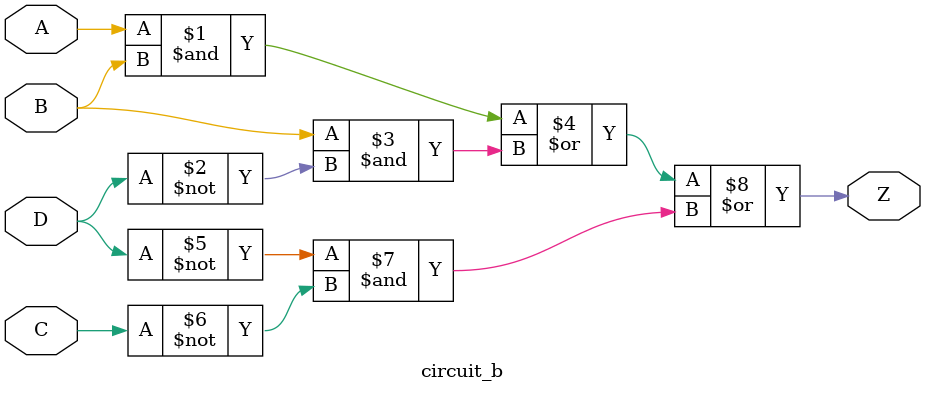
<source format=v>
module circuit_b(
    // Declare inputs
    input A, B, C, D,
    
    // Declare Y output
    output Z
);

    // Enter logic equation here
        assign Z = (A&B)|(B&~D)|(~D&~C);

endmodule

</source>
